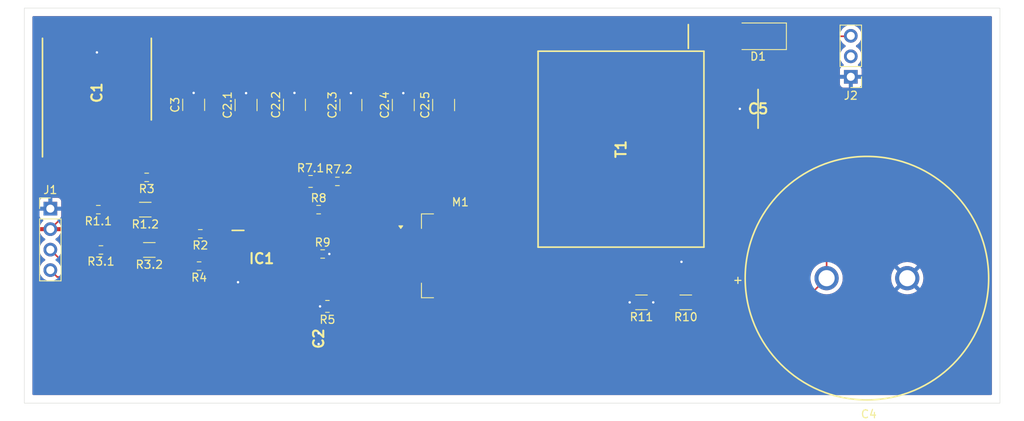
<source format=kicad_pcb>
(kicad_pcb (version 20240108) (generator "pcbnew") (generator_version "8.0")
  (layers (0 "F.Cu" signal) (31 "B.Cu" signal) (34 "B.Paste" user) (35 "F.Paste" user) (36 "B.SilkS" user "B.Silkscreen") (37 "F.SilkS" user "F.Silkscreen") (38 "B.Mask" user) (39 "F.Mask" user) (44 "Edge.Cuts" user))
  (net 0 "")
  (net 1 "/24V")
  (net 2 "/GND")
  (net 3 "Net-(D1-K)")
  (net 4 "Net-(D1-A)")
  (net 5 "Net-(IC1-HVGATE)")
  (net 7 "Net-(IC1-UVLO1)")
  (net 8 "Net-(IC1-OVLO1)")
  (net 10 "/Done")
  (net 11 "/Charge")
  (net 13 "Net-(IC1-RVTRANS)")
  (net 14 "Net-(IC1-CSP)")
  (net 15 "Net-(IC1-UVLO2)")
  (net 16 "Net-(IC1-OVLO2)")
  (net 17 "Net-(IC1-RBG)")
  (net 18 "Net-(IC1-RVOUT)")
  (net 19 "Net-(IC1-RDCM)")
  (net 22 "Net-(M1-D)")
  (net 23 "Net-(R1.1-Pad1)")
  (net 24 "Net-(R3.1-Pad1)")
  (net 25 "Net-(R7.1-Pad2)")
  (footprint "861011485017_footprint:WCAP-AIG8_30X46_DXL_" (layer "F.Cu") (at 191 105.5 180)
    (property "Reference" "C4" (at -0.24 -16.865 0) (layer "F.SilkS"))
    (property "Value" "WCAP-AIG8_30X46")
    (fp_circle (center 0 0) (end 15.1 0) (stroke (width 0.2)) (fill none) (layer "F.SilkS"))
    (fp_text user "+" (at 16 -0.2 0) (layer "F.SilkS"))
    (pad "1" thru_hole circle (at 5 0 180) (size 3 3) (drill 2) (layers "*.Cu" "*.Mask") (net 3 "Net-(D1-K)"))
    (pad "2" thru_hole circle (at -5 0 180) (size 3 3) (drill 2) (layers "*.Cu" "*.Mask") (net 2 "/GND"))
  )
  (footprint "Resistor_SMD:R_0805_2012Metric" (layer "F.Cu") (at 124.0875 109 180)
    (property "Reference" "R5" (at 0 -1.65 0) (layer "F.SilkS"))
    (property "Value" "6m")
    (fp_line (start -0.227064 0.735) (end 0.227064 0.735) (stroke (width 0.12)) (layer "F.SilkS"))
    (fp_line (start -0.227064 -0.735) (end 0.227064 -0.735) (stroke (width 0.12)) (layer "F.SilkS"))
    (pad "1" smd roundrect (at -0.9125 0 180) (size 1.025 1.4) (layers "F.Cu" "F.Paste" "F.Mask") (roundrect_rratio 0.243902) (net 14 "Net-(IC1-CSP)"))
    (pad "2" smd roundrect (at 0.9125 0 180) (size 1.025 1.4) (layers "F.Cu" "F.Paste" "F.Mask") (roundrect_rratio 0.243902) (net 2 "/GND"))
  )
  (footprint "Resistor_SMD:R_0603_1608Metric" (layer "F.Cu") (at 101.675 93 180)
    (property "Reference" "R3" (at 0 -1.43 0) (layer "F.SilkS"))
    (property "Value" "40.2k")
    (fp_line (start -0.237258 0.5225) (end 0.237258 0.5225) (stroke (width 0.12)) (layer "F.SilkS"))
    (fp_line (start -0.237258 -0.5225) (end 0.237258 -0.5225) (stroke (width 0.12)) (layer "F.SilkS"))
    (pad "1" smd roundrect (at -0.825 0 180) (size 0.8 0.95) (layers "F.Cu" "F.Paste" "F.Mask") (net 13 "Net-(IC1-RVTRANS)"))
    (pad "2" smd roundrect (at 0.825 0 180) (size 0.8 0.95) (layers "F.Cu" "F.Paste" "F.Mask") (net 1 "/24V"))
  )
  (footprint "865080562017_Elektrolytic_C:CAPAE1350X1400N" (layer "F.Cu") (at 95.5 82.5 90)
    (property "Reference" "C1" (at 0 0 90) (layer "F.SilkS") (effects (font (size 1.27 1.27) (thickness 0.254))))
    (property "Value" "680 uF (865080562017)" (hide yes))
    (fp_line (start -7.95 -6.75) (end 6.75 -6.75) (stroke (width 0.2)) (layer "F.SilkS"))
    (fp_line (start -3.375 6.75) (end 6.75 6.75) (stroke (width 0.2)) (layer "F.SilkS"))
    (pad "1" smd rect (at -5 0 180) (size 2.05 5.9) (layers "F.Cu" "F.Paste" "F.Mask") (net 1 "/24V"))
    (pad "2" smd rect (at 5 0 180) (size 2.05 5.9) (layers "F.Cu" "F.Paste" "F.Mask") (net 2 "/GND"))
  )
  (footprint "Capacitor_SMD:C_1210_3225Metric" (layer "F.Cu") (at 107.5 84 90)
    (property "Reference" "C3" (at 0 -2.3 90) (layer "F.SilkS"))
    (property "Value" "10uF (885012209073)")
    (fp_line (start -0.711252 -1.36) (end 0.711252 -1.36) (stroke (width 0.12)) (layer "F.SilkS"))
    (fp_line (start -0.711252 1.36) (end 0.711252 1.36) (stroke (width 0.12)) (layer "F.SilkS"))
    (pad "1" smd roundrect (at -1.475 0 90) (size 1.15 2.7) (layers "F.Cu" "F.Paste" "F.Mask") (roundrect_rratio 0.217391) (net 1 "/24V"))
    (pad "2" smd roundrect (at 1.475 0 90) (size 1.15 2.7) (layers "F.Cu" "F.Paste" "F.Mask") (roundrect_rratio 0.217391) (net 2 "/GND"))
  )
  (footprint "Resistor_SMD:R_0603_1608Metric" (layer "F.Cu") (at 123 97)
    (property "Reference" "R8" (at 0 -1.43 0) (layer "F.SilkS"))
    (property "Value" "40.2k")
    (fp_line (start -0.237258 -0.5225) (end 0.237258 -0.5225) (stroke (width 0.12)) (layer "F.SilkS"))
    (fp_line (start -0.237258 0.5225) (end 0.237258 0.5225) (stroke (width 0.12)) (layer "F.SilkS"))
    (pad "1" smd roundrect (at -0.825 0) (size 0.8 0.95) (layers "F.Cu" "F.Paste" "F.Mask") (net 18 "Net-(IC1-RVOUT)"))
    (pad "2" smd roundrect (at 0.825 0) (size 0.8 0.95) (layers "F.Cu" "F.Paste" "F.Mask") (net 22 "Net-(M1-D)"))
  )
  (footprint "Resistor_SMD:R_0603_1608Metric" (layer "F.Cu") (at 108.175 104 180)
    (property "Reference" "R4" (at 0 -1.43 0) (layer "F.SilkS"))
    (property "Value" "475k")
    (fp_line (start -0.237258 0.5225) (end 0.237258 0.5225) (stroke (width 0.12)) (layer "F.SilkS"))
    (fp_line (start -0.237258 -0.5225) (end 0.237258 -0.5225) (stroke (width 0.12)) (layer "F.SilkS"))
    (pad "1" smd roundrect (at -0.825 0 180) (size 0.8 0.95) (layers "F.Cu" "F.Paste" "F.Mask") (net 16 "Net-(IC1-OVLO2)"))
    (pad "2" smd roundrect (at 0.825 0 180) (size 0.8 0.95) (layers "F.Cu" "F.Paste" "F.Mask") (net 1 "/24V"))
  )
  (footprint "LT3751IFE#PBF_Footprint:SOP65P640X120-21N" (layer "F.Cu") (at 115.925 103.075)
    (property "Reference" "IC1" (at 0 0 0) (layer "F.SilkS") (effects (font (size 1.27 1.27) (thickness 0.254))))
    (property "Value" "LT3751IFE#PBF" (hide yes))
    (fp_line (start -3.65 -3.5) (end -2.2 -3.5) (stroke (width 0.2)) (layer "F.SilkS"))
    (pad "1" smd rect (at -2.925 -2.925 90) (size 0.45 1.45) (layers "F.Cu" "F.Paste" "F.Mask") (net 13 "Net-(IC1-RVTRANS)"))
    (pad "2" smd rect (at -2.925 -2.275 90) (size 0.45 1.45) (layers "F.Cu" "F.Paste" "F.Mask") (net 7 "Net-(IC1-UVLO1)"))
    (pad "3" smd rect (at -2.925 -1.625 90) (size 0.45 1.45) (layers "F.Cu" "F.Paste" "F.Mask") (net 8 "Net-(IC1-OVLO1)"))
    (pad "4" smd rect (at -2.925 -0.975 90) (size 0.45 1.45) (layers "F.Cu" "F.Paste" "F.Mask") (net 15 "Net-(IC1-UVLO2)"))
    (pad "5" smd rect (at -2.925 -0.325 90) (size 0.45 1.45) (layers "F.Cu" "F.Paste" "F.Mask") (net 16 "Net-(IC1-OVLO2)"))
    (pad "6" smd rect (at -2.925 0.325 90) (size 0.45 1.45) (layers "F.Cu" "F.Paste" "F.Mask"))
    (pad "7" smd rect (at -2.925 0.975 90) (size 0.45 1.45) (layers "F.Cu" "F.Paste" "F.Mask") (net 10 "/Done"))
    (pad "8" smd rect (at -2.925 1.625 90) (size 0.45 1.45) (layers "F.Cu" "F.Paste" "F.Mask") (net 11 "/Charge"))
    (pad "9" smd rect (at -2.925 2.275 90) (size 0.45 1.45) (layers "F.Cu" "F.Paste" "F.Mask") (net 2 "/GND"))
    (pad "10" smd rect (at -2.925 2.925 90) (size 0.45 1.45) (layers "F.Cu" "F.Paste" "F.Mask") (net 2 "/GND"))
    (pad "11" smd rect (at 2.925 2.925 90) (size 0.45 1.45) (layers "F.Cu" "F.Paste" "F.Mask") (net 2 "/GND"))
    (pad "12" smd rect (at 2.925 2.275 90) (size 0.45 1.45) (layers "F.Cu" "F.Paste" "F.Mask") (net 14 "Net-(IC1-CSP)"))
    (pad "13" smd rect (at 2.925 1.625 90) (size 0.45 1.45) (layers "F.Cu" "F.Paste" "F.Mask") (net 1 "/24V"))
    (pad "14" smd rect (at 2.925 0.975 90) (size 0.45 1.45) (layers "F.Cu" "F.Paste" "F.Mask") (net 1 "/24V"))
    (pad "15" smd rect (at 2.925 0.325 90) (size 0.45 1.45) (layers "F.Cu" "F.Paste" "F.Mask") (net 5 "Net-(IC1-HVGATE)"))
    (pad "16" smd rect (at 2.925 -0.325 90) (size 0.45 1.45) (layers "F.Cu" "F.Paste" "F.Mask") (net 17 "Net-(IC1-RBG)"))
    (pad "17" smd rect (at 2.925 -0.975 90) (size 0.45 1.45) (layers "F.Cu" "F.Paste" "F.Mask"))
    (pad "18" smd rect (at 2.925 -1.625 90) (size 0.45 1.45) (layers "F.Cu" "F.Paste" "F.Mask") (net 18 "Net-(IC1-RVOUT)"))
    (pad "19" smd rect (at 2.925 -2.275 90) (size 0.45 1.45) (layers "F.Cu" "F.Paste" "F.Mask"))
    (pad "20" smd rect (at 2.925 -2.925 90) (size 0.45 1.45) (layers "F.Cu" "F.Paste" "F.Mask") (net 19 "Net-(IC1-RDCM)"))
    (pad "21" smd rect (at 0 0) (size 2.74 3.86) (layers "F.Cu" "F.Paste" "F.Mask"))
  )
  (footprint "885342206006:CAPC1608X87N" (layer "F.Cu") (at 123 113 90)
    (property "Reference" "C2" (at 0 0 90) (layer "F.SilkS") (effects (font (size 1.27 1.27) (thickness 0.254))))
    (property "Value" "885342206006 (10000 pF)" (hide yes))
    (pad "1" smd rect (at -0.67 0 90) (size 0.8 0.94) (layers "F.Cu" "F.Paste" "F.Mask") (net 2 "/GND"))
    (pad "2" smd rect (at 0.67 0 90) (size 0.8 0.94) (layers "F.Cu" "F.Paste" "F.Mask") (net 2 "/GND"))
  )
  (footprint "Package_TO_SOT_SMD:TO-263-3_TabPin2" (layer "F.Cu") (at 140.575 102.725)
    (property "Reference" "M1" (at 0 -6.65 0) (layer "F.SilkS"))
    (property "Value" "NMOS")
    (fp_line (start -4.825 -5.2) (end -4.825 -3.39) (stroke (width 0.12)) (layer "F.SilkS"))
    (fp_line (start -4.825 5.2) (end -4.825 3.39) (stroke (width 0.12)) (layer "F.SilkS"))
    (fp_line (start -3.325 -5.2) (end -4.825 -5.2) (stroke (width 0.12)) (layer "F.SilkS"))
    (fp_line (start -3.325 5.2) (end -4.825 5.2) (stroke (width 0.12)) (layer "F.SilkS"))
    (fp_poly (pts (xy -7.3875 -3.39) (xy -7.6275 -3.72) (xy -7.1475 -3.72) (xy -7.3875 -3.39)) (stroke (width 0.12)) (fill solid) (layer "F.SilkS"))
    (pad "1" smd roundrect (at -7.65 -2.54) (size 4.6 1.1) (layers "F.Cu" "F.Paste" "F.Mask") (roundrect_rratio 0.227273) (net 22 "Net-(M1-D)"))
    (pad "2" smd roundrect (at -7.65 0) (size 4.6 1.1) (layers "F.Cu" "F.Paste" "F.Mask") (roundrect_rratio 0.227273) (net 5 "Net-(IC1-HVGATE)"))
    (pad "2" smd roundrect (at -0.925 -2.775) (size 4.55 5.25) (layers "F.Cu" "F.Paste") (roundrect_rratio 0.054945) (net 5 "Net-(IC1-HVGATE)"))
    (pad "2" smd roundrect (at -0.925 2.775) (size 4.55 5.25) (layers "F.Cu" "F.Paste") (roundrect_rratio 0.054945) (net 5 "Net-(IC1-HVGATE)"))
    (pad "2" smd roundrect (at 1.5 0) (size 9.4 10.8) (layers "F.Cu" "F.Mask") (roundrect_rratio 0.026596) (net 5 "Net-(IC1-HVGATE)"))
    (pad "2" smd roundrect (at 3.925 -2.775) (size 4.55 5.25) (layers "F.Cu" "F.Paste") (roundrect_rratio 0.054945) (net 5 "Net-(IC1-HVGATE)"))
    (pad "2" smd roundrect (at 3.925 2.775) (size 4.55 5.25) (layers "F.Cu" "F.Paste") (roundrect_rratio 0.054945) (net 5 "Net-(IC1-HVGATE)"))
    (pad "3" smd roundrect (at -7.65 2.54) (size 4.6 1.1) (layers "F.Cu" "F.Paste" "F.Mask") (roundrect_rratio 0.227273) (net 14 "Net-(IC1-CSP)"))
  )
  (footprint "Capacitor_SMD:C_1210_3225Metric" (layer "F.Cu") (at 120 84 90)
    (property "Reference" "C2.2" (at 0 -2.3 90) (layer "F.SilkS"))
    (property "Value" "2.2uF")
    (fp_line (start -0.711252 -1.36) (end 0.711252 -1.36) (stroke (width 0.12)) (layer "F.SilkS"))
    (fp_line (start -0.711252 1.36) (end 0.711252 1.36) (stroke (width 0.12)) (layer "F.SilkS"))
    (pad "1" smd roundrect (at -1.475 0 90) (size 1.15 2.7) (layers "F.Cu" "F.Paste" "F.Mask") (roundrect_rratio 0.217391) (net 1 "/24V"))
    (pad "2" smd roundrect (at 1.475 0 90) (size 1.15 2.7) (layers "F.Cu" "F.Paste" "F.Mask") (roundrect_rratio 0.217391) (net 2 "/GND"))
  )
  (footprint "Connector_PinHeader_2.54mm:PinHeader_1x04_P2.54mm_Vertical" (layer "F.Cu") (at 89.725 96.88)
    (property "Reference" "J1" (at 0 -2.33 0) (layer "F.SilkS"))
    (property "Value" "Conn_01x04_Pin")
    (fp_line (start -1.33 -1.33) (end 0 -1.33) (stroke (width 0.12)) (layer "F.SilkS"))
    (fp_line (start -1.33 0) (end -1.33 -1.33) (stroke (width 0.12)) (layer "F.SilkS"))
    (fp_line (start -1.33 1.27) (end -1.33 8.95) (stroke (width 0.12)) (layer "F.SilkS"))
    (fp_line (start -1.33 1.27) (end 1.33 1.27) (stroke (width 0.12)) (layer "F.SilkS"))
    (fp_line (start -1.33 8.95) (end 1.33 8.95) (stroke (width 0.12)) (layer "F.SilkS"))
    (fp_line (start 1.33 1.27) (end 1.33 8.95) (stroke (width 0.12)) (layer "F.SilkS"))
    (pad "1" thru_hole rect (at 0 0) (size 1.7 1.7) (drill 1) (layers "*.Cu" "*.Mask") (net 2 "/GND"))
    (pad "2" thru_hole oval (at 0 2.54) (size 1.7 1.7) (drill 1) (layers "*.Cu" "*.Mask") (net 1 "/24V"))
    (pad "3" thru_hole oval (at 0 5.08) (size 1.7 1.7) (drill 1) (layers "*.Cu" "*.Mask") (net 10 "/Done"))
    (pad "4" thru_hole oval (at 0 7.62) (size 1.7 1.7) (drill 1) (layers "*.Cu" "*.Mask") (net 11 "/Charge"))
  )
  (footprint "Resistor_SMD:R_0603_1608Metric" (layer "F.Cu") (at 123.5 102.5)
    (property "Reference" "R9" (at 0 -1.43 0) (layer "F.SilkS"))
    (property "Value" "4.02k")
    (fp_line (start -0.237258 -0.5225) (end 0.237258 -0.5225) (stroke (width 0.12)) (layer "F.SilkS"))
    (fp_line (start -0.237258 0.5225) (end 0.237258 0.5225) (stroke (width 0.12)) (layer "F.SilkS"))
    (pad "1" smd roundrect (at -0.825 0) (size 0.8 0.95) (layers "F.Cu" "F.Paste" "F.Mask") (net 17 "Net-(IC1-RBG)"))
    (pad "2" smd roundrect (at 0.825 0) (size 0.8 0.95) (layers "F.Cu" "F.Paste" "F.Mask") (net 2 "/GND"))
  )
  (footprint "Capacitor_SMD:C_1210_3225Metric" (layer "F.Cu") (at 114 84.025 90)
    (property "Reference" "C2.1" (at 0 -2.3 90) (layer "F.SilkS"))
    (property "Value" "2.2uF")
    (fp_line (start -0.711252 -1.36) (end 0.711252 -1.36) (stroke (width 0.12)) (layer "F.SilkS"))
    (fp_line (start -0.711252 1.36) (end 0.711252 1.36) (stroke (width 0.12)) (layer "F.SilkS"))
    (pad "1" smd roundrect (at -1.475 0 90) (size 1.15 2.7) (layers "F.Cu" "F.Paste" "F.Mask") (roundrect_rratio 0.217391) (net 1 "/24V"))
    (pad "2" smd roundrect (at 1.475 0 90) (size 1.15 2.7) (layers "F.Cu" "F.Paste" "F.Mask") (roundrect_rratio 0.217391) (net 2 "/GND"))
  )
  (footprint "Resistor_SMD:R_1206_3216Metric" (layer "F.Cu") (at 163.0375 108.5 180)
    (property "Reference" "R11" (at 0 -1.82 0) (layer "F.SilkS"))
    (property "Value" "383")
    (fp_line (start -0.727064 0.91) (end 0.727064 0.91) (stroke (width 0.12)) (layer "F.SilkS"))
    (fp_line (start -0.727064 -0.91) (end 0.727064 -0.91) (stroke (width 0.12)) (layer "F.SilkS"))
    (pad "1" smd roundrect (at -1.4625 0 180) (size 1.125 1.75) (layers "F.Cu" "F.Paste" "F.Mask") (roundrect_rratio 0.222222) (net 2 "/GND"))
    (pad "2" smd roundrect (at 1.4625 0 180) (size 1.125 1.75) (layers "F.Cu" "F.Paste" "F.Mask") (roundrect_rratio 0.222222) (net 2 "/GND"))
  )
  (footprint "CKG57NX7R2J474M500JH_footprint:CAPC6050X550N" (layer "F.Cu") (at 177.5 84.5)
    (property "Reference" "C5" (at 0 0 0) (layer "F.SilkS") (effects (font (size 1.27 1.27) (thickness 0.254))))
    (property "Value" "CKG57NX7R2J474M500JH" (hide yes))
    (fp_line (start 0 -2.4) (end 0 2.4) (stroke (width 0.2)) (layer "F.SilkS"))
    (pad "1" smd rect (at -2.26 0) (size 2.39 5.51) (layers "F.Cu" "F.Paste" "F.Mask") (net 2 "/GND"))
    (pad "2" smd rect (at 2.26 0) (size 2.39 5.51) (layers "F.Cu" "F.Paste" "F.Mask") (net 3 "Net-(D1-K)"))
  )
  (footprint "Capacitor_SMD:C_1210_3225Metric" (layer "F.Cu") (at 138.5 84.025 90)
    (property "Reference" "C2.5" (at 0 -2.3 90) (layer "F.SilkS"))
    (property "Value" "2.2u")
    (fp_line (start -0.711252 -1.36) (end 0.711252 -1.36) (stroke (width 0.12)) (layer "F.SilkS"))
    (fp_line (start -0.711252 1.36) (end 0.711252 1.36) (stroke (width 0.12)) (layer "F.SilkS"))
    (pad "1" smd roundrect (at -1.475 0 90) (size 1.15 2.7) (layers "F.Cu" "F.Paste" "F.Mask") (roundrect_rratio 0.217391) (net 1 "/24V"))
    (pad "2" smd roundrect (at 1.475 0 90) (size 1.15 2.7) (layers "F.Cu" "F.Paste" "F.Mask") (roundrect_rratio 0.217391) (net 2 "/GND"))
  )
  (footprint "Resistor_SMD:R_0603_1608Metric" (layer "F.Cu") (at 96 102 180)
    (property "Reference" "R3.1" (at 0 -1.43 0) (layer "F.SilkS"))
    (property "Value" "1.8k")
    (fp_line (start -0.237258 0.5225) (end 0.237258 0.5225) (stroke (width 0.12)) (layer "F.SilkS"))
    (fp_line (start -0.237258 -0.5225) (end 0.237258 -0.5225) (stroke (width 0.12)) (layer "F.SilkS"))
    (pad "1" smd roundrect (at -0.825 0 180) (size 0.8 0.95) (layers "F.Cu" "F.Paste" "F.Mask") (net 24 "Net-(R3.1-Pad1)"))
    (pad "2" smd roundrect (at 0.825 0 180) (size 0.8 0.95) (layers "F.Cu" "F.Paste" "F.Mask") (net 1 "/24V"))
  )
  (footprint "Resistor_SMD:R_0603_1608Metric" (layer "F.Cu") (at 95.675 97 180)
    (property "Reference" "R1.1" (at 0 -1.43 0) (layer "F.SilkS"))
    (property "Value" "1.8k")
    (fp_line (start -0.237258 0.5225) (end 0.237258 0.5225) (stroke (width 0.12)) (layer "F.SilkS"))
    (fp_line (start -0.237258 -0.5225) (end 0.237258 -0.5225) (stroke (width 0.12)) (layer "F.SilkS"))
    (pad "1" smd roundrect (at -0.825 0 180) (size 0.8 0.95) (layers "F.Cu" "F.Paste" "F.Mask") (net 23 "Net-(R1.1-Pad1)"))
    (pad "2" smd roundrect (at 0.825 0 180) (size 0.8 0.95) (layers "F.Cu" "F.Paste" "F.Mask") (net 1 "/24V"))
  )
  (footprint "Resistor_SMD:R_1206_3216Metric" (layer "F.Cu") (at 102 102 180)
    (property "Reference" "R3.2" (at 0 -1.82 0) (layer "F.SilkS"))
    (property "Value" "68k")
    (fp_line (start -0.727064 0.91) (end 0.727064 0.91) (stroke (width 0.12)) (layer "F.SilkS"))
    (fp_line (start -0.727064 -0.91) (end 0.727064 -0.91) (stroke (width 0.12)) (layer "F.SilkS"))
    (pad "1" smd roundrect (at -1.4625 0 180) (size 1.125 1.75) (layers "F.Cu" "F.Paste" "F.Mask") (roundrect_rratio 0.222222) (net 15 "Net-(IC1-UVLO2)"))
    (pad "2" smd roundrect (at 1.4625 0 180) (size 1.125 1.75) (layers "F.Cu" "F.Paste" "F.Mask") (roundrect_rratio 0.222222) (net 24 "Net-(R3.1-Pad1)"))
  )
  (footprint "DA2034-ALD_Footprint:SOP300P3000X1143-12N" (layer "F.Cu") (at 160.5 89.5 -90)
    (property "Reference" "T1" (at 0 0 90) (layer "F.SilkS") (effects (font (size 1.27 1.27) (thickness 0.254))))
    (property "Value" "DA2034-ALD" (hide yes))
    (fp_line (start -12.15 10.285) (end -12.15 -10.285) (stroke (width 0.2)) (layer "F.SilkS"))
    (fp_line (start 12.15 10.285) (end -12.15 10.285) (stroke (width 0.2)) (layer "F.SilkS"))
    (fp_line (start -15.45 -8.35) (end -12.5 -8.35) (stroke (width 0.2)) (layer "F.SilkS"))
    (fp_line (start -12.15 -10.285) (end 12.15 -10.285) (stroke (width 0.2)) (layer "F.SilkS"))
    (fp_line (start 12.15 -10.285) (end 12.15 10.285) (stroke (width 0.2)) (layer "F.SilkS"))
    (pad "1" smd rect (at -13.975 -7.5) (size 1 2.95) (layers "F.Cu" "F.Paste" "F.Mask") (net 4 "Net-(D1-A)"))
    (pad "2" smd rect (at -13.975 -4.5) (size 1 2.95) (layers "F.Cu" "F.Paste" "F.Mask"))
    (pad "3" smd rect (at -13.975 -1.5) (size 1 2.95) (layers "F.Cu" "F.Paste" "F.Mask") (net 1 "/24V"))
    (pad "4" smd rect (at -13.975 1.5) (size 1 2.95) (layers "F.Cu" "F.Paste" "F.Mask") (net 1 "/24V"))
    (pad "5" smd rect (at -13.975 4.5) (size 1 2.95) (layers "F.Cu" "F.Paste" "F.Mask") (net 1 "/24V"))
    (pad "6" smd rect (at -13.975 7.5) (size 1 2.95) (layers "F.Cu" "F.Paste" "F.Mask") (net 1 "/24V"))
    (pad "7" smd rect (at 13.975 7.5) (size 1 2.95) (layers "F.Cu" "F.Paste" "F.Mask") (net 22 "Net-(M1-D)"))
    (pad "8" smd rect (at 13.975 4.5) (size 1 2.95) (layers "F.Cu" "F.Paste" "F.Mask") (net 22 "Net-(M1-D)"))
    (pad "9" smd rect (at 13.975 1.5) (size 1 2.95) (layers "F.Cu" "F.Paste" "F.Mask") (net 22 "Net-(M1-D)"))
    (pad "10" smd rect (at 13.975 -1.5) (size 1 2.95) (layers "F.Cu" "F.Paste" "F.Mask") (net 22 "Net-(M1-D)"))
    (pad "11" smd rect (at 13.975 -4.5) (size 1 2.95) (layers "F.Cu" "F.Paste" "F.Mask"))
    (pad "12" smd rect (at 13.975 -7.5) (size 1 2.95) (layers "F.Cu" "F.Paste" "F.Mask") (net 2 "/GND"))
  )
  (footprint "Diode_SMD:D_SMA" (layer "F.Cu") (at 177.5 75.5 180)
    (property "Reference" "D1" (at 0 -2.5 0) (layer "F.SilkS"))
    (property "Value" "US1M")
    (fp_line (start -3.51 1.65) (end 2 1.65) (stroke (width 0.12)) (layer "F.SilkS"))
    (fp_line (start -3.51 -1.65) (end 2 -1.65) (stroke (width 0.12)) (layer "F.SilkS"))
    (fp_line (start -3.51 -1.65) (end -3.51 1.65) (stroke (width 0.12)) (layer "F.SilkS"))
    (pad "1" smd roundrect (at -2 0 180) (size 2.5 1.8) (layers "F.Cu" "F.Paste" "F.Mask") (roundrect_rratio 0.1388888889) (net 3 "Net-(D1-K)"))
    (pad "2" smd roundrect (at 2 0 180) (size 2.5 1.8) (layers "F.Cu" "F.Paste" "F.Mask") (roundrect_rratio 0.1388888889) (net 4 "Net-(D1-A)"))
  )
  (footprint "Capacitor_SMD:C_1210_3225Metric" (layer "F.Cu") (at 127 84.025 90)
    (property "Reference" "C2.3" (at 0 -2.3 90) (layer "F.SilkS"))
    (property "Value" "2.2u")
    (fp_line (start -0.711252 -1.36) (end 0.711252 -1.36) (stroke (width 0.12)) (layer "F.SilkS"))
    (fp_line (start -0.711252 1.36) (end 0.711252 1.36) (stroke (width 0.12)) (layer "F.SilkS"))
    (pad "1" smd roundrect (at -1.475 0 90) (size 1.15 2.7) (layers "F.Cu" "F.Paste" "F.Mask") (roundrect_rratio 0.217391) (net 1 "/24V"))
    (pad "2" smd roundrect (at 1.475 0 90) (size 1.15 2.7) (layers "F.Cu" "F.Paste" "F.Mask") (roundrect_rratio 0.217391) (net 2 "/GND"))
  )
  (footprint "Capacitor_SMD:C_1210_3225Metric" (layer "F.Cu") (at 133.5 84.025 90)
    (property "Reference" "C2.4" (at 0 -2.3 90) (layer "F.SilkS"))
    (property "Value" "2.2u")
    (fp_line (start -0.711252 -1.36) (end 0.711252 -1.36) (stroke (width 0.12)) (layer "F.SilkS"))
    (fp_line (start -0.711252 1.36) (end 0.711252 1.36) (stroke (width 0.12)) (layer "F.SilkS"))
    (pad "1" smd roundrect (at -1.475 0 90) (size 1.15 2.7) (layers "F.Cu" "F.Paste" "F.Mask") (roundrect_rratio 0.217391) (net 1 "/24V"))
    (pad "2" smd roundrect (at 1.475 0 90) (size 1.15 2.7) (layers "F.Cu" "F.Paste" "F.Mask") (roundrect_rratio 0.217391) (net 2 "/GND"))
  )
  (footprint "Resistor_SMD:R_0805_2012Metric" (layer "F.Cu") (at 122 93.5)
    (property "Reference" "R7.1" (at 0 -1.65 0) (layer "F.SilkS"))
    (property "Value" "200")
    (fp_line (start -0.227064 -0.735) (end 0.227064 -0.735) (stroke (width 0.12)) (layer "F.SilkS"))
    (fp_line (start -0.227064 0.735) (end 0.227064 0.735) (stroke (width 0.12)) (layer "F.SilkS"))
    (pad "1" smd roundrect (at -0.9125 0) (size 1.025 1.4) (layers "F.Cu" "F.Paste" "F.Mask") (roundrect_rratio 0.243902) (net 19 "Net-(IC1-RDCM)"))
    (pad "2" smd roundrect (at 0.9125 0) (size 1.025 1.4) (layers "F.Cu" "F.Paste" "F.Mask") (roundrect_rratio 0.243902) (net 25 "Net-(R7.1-Pad2)"))
  )
  (footprint "Resistor_SMD:R_1206_3216Metric" (layer "F.Cu") (at 101.5 97 180)
    (property "Reference" "R1.2" (at 0 -1.82 0) (layer "F.SilkS"))
    (property "Value" "68k")
    (fp_line (start -0.727064 0.91) (end 0.727064 0.91) (stroke (width 0.12)) (layer "F.SilkS"))
    (fp_line (start -0.727064 -0.91) (end 0.727064 -0.91) (stroke (width 0.12)) (layer "F.SilkS"))
    (pad "1" smd roundrect (at -1.4625 0 180) (size 1.125 1.75) (layers "F.Cu" "F.Paste" "F.Mask") (roundrect_rratio 0.222222) (net 7 "Net-(IC1-UVLO1)"))
    (pad "2" smd roundrect (at 1.4625 0 180) (size 1.125 1.75) (layers "F.Cu" "F.Paste" "F.Mask") (roundrect_rratio 0.222222) (net 23 "Net-(R1.1-Pad1)"))
  )
  (footprint "Resistor_SMD:R_1206_3216Metric" (layer "F.Cu") (at 168.5375 108.5 180)
    (property "Reference" "R10" (at 0 -1.82 0) (layer "F.SilkS"))
    (property "Value" "30.9k")
    (fp_line (start -0.727064 0.91) (end 0.727064 0.91) (stroke (width 0.12)) (layer "F.SilkS"))
    (fp_line (start -0.727064 -0.91) (end 0.727064 -0.91) (stroke (width 0.12)) (layer "F.SilkS"))
    (pad "1" smd roundrect (at -1.4625 0 180) (size 1.125 1.75) (layers "F.Cu" "F.Paste" "F.Mask") (roundrect_rratio 0.222222) (net 3 "Net-(D1-K)"))
    (pad "2" smd roundrect (at 1.4625 0 180) (size 1.125 1.75) (layers "F.Cu" "F.Paste" "F.Mask") (roundrect_rratio 0.222222) (net 2 "/GND"))
  )
  (footprint "Resistor_SMD:R_0603_1608Metric" (layer "F.Cu") (at 108.325 100 180)
    (property "Reference" "R2" (at 0 -1.43 0) (layer "F.SilkS"))
    (property "Value" "475k")
    (fp_line (start -0.237258 0.5225) (end 0.237258 0.5225) (stroke (width 0.12)) (layer "F.SilkS"))
    (fp_line (start -0.237258 -0.5225) (end 0.237258 -0.5225) (stroke (width 0.12)) (layer "F.SilkS"))
    (pad "1" smd roundrect (at -0.825 0 180) (size 0.8 0.95) (layers "F.Cu" "F.Paste" "F.Mask") (net 8 "Net-(IC1-OVLO1)"))
    (pad "2" smd roundrect (at 0.825 0 180) (size 0.8 0.95) (layers "F.Cu" "F.Paste" "F.Mask") (net 1 "/24V"))
  )
  (footprint "Resistor_SMD:R_0603_1608Metric" (layer "F.Cu") (at 125.325 93.5)
    (property "Reference" "R7.2" (at 0.175 -1.5 0) (layer "F.SilkS"))
    (property "Value" "18k")
    (fp_line (start -0.237258 -0.5225) (end 0.237258 -0.5225) (stroke (width 0.12)) (layer "F.SilkS"))
    (fp_line (start -0.237258 0.5225) (end 0.237258 0.5225) (stroke (width 0.12)) (layer "F.SilkS"))
    (pad "1" smd roundrect (at -0.825 0) (size 0.8 0.95) (layers "F.Cu" "F.Paste" "F.Mask") (net 25 "Net-(R7.1-Pad2)"))
    (pad "2" smd roundrect (at 0.825 0) (size 0.8 0.95) (layers "F.Cu" "F.Paste" "F.Mask") (net 22 "Net-(M1-D)"))
  )
  (footprint "Connector_PinHeader_2.54mm:PinHeader_1x03_P2.54mm_Vertical" (layer "F.Cu") (at 189 80.525 180)
    (property "Reference" "J2" (at 0 -2.33 0) (layer "F.SilkS"))
    (property "Value" "Conn_01x03_Pin")
    (fp_line (start 1.33 1.27) (end 1.33 6.41) (stroke (width 0.12)) (layer "F.SilkS"))
    (fp_line (start -1.33 6.41) (end 1.33 6.41) (stroke (width 0.12)) (layer "F.SilkS"))
    (fp_line (start -1.33 1.27) (end 1.33 1.27) (stroke (width 0.12)) (layer "F.SilkS"))
    (fp_line (start -1.33 1.27) (end -1.33 6.41) (stroke (width 0.12)) (layer "F.SilkS"))
    (fp_line (start -1.33 0) (end -1.33 -1.33) (stroke (width 0.12)) (layer "F.SilkS"))
    (fp_line (start -1.33 -1.33) (end 0 -1.33) (stroke (width 0.12)) (layer "F.SilkS"))
    (pad "1" thru_hole rect (at 0 0 180) (size 1.7 1.7) (drill 1) (layers "*.Cu" "*.Mask") (net 2 "/GND"))
    (pad "2" thru_hole oval (at 0 2.54 180) (size 1.7 1.7) (drill 1) (layers "*.Cu" "*.Mask"))
    (pad "3" thru_hole oval (at 0 5.08 180) (size 1.7 1.7) (drill 1) (layers "*.Cu" "*.Mask") (net 3 "Net-(D1-K)"))
  )
  (gr_rect (start 86.5 72) (end 207.5 121) (stroke (width 0.05)) (fill none) (layer "Edge.Cuts"))
  (segment (start 114.025 85.475) (end 114 85.5) (width 0.2) (layer "F.Cu") (net 1))
  (segment (start 94.85 97) (end 92.145 97) (width 0.2) (layer "F.Cu") (net 1))
  (segment (start 120 85.475) (end 114.025 85.475) (width 0.2) (layer "F.Cu") (net 1))
  (segment (start 94.85 88.15) (end 95.5 87.5) (width 0.2) (layer "F.Cu") (net 1))
  (segment (start 107.5 100) (end 99 100) (width 0.2) (layer "F.Cu") (net 1))
  (segment (start 133.5 85.5) (end 127 85.5) (width 0.2) (layer "F.Cu") (net 1))
  (segment (start 107.5 85.475) (end 100.85 92.125) (width 0.2) (layer "F.Cu") (net 1))
  (segment (start 118.85 104.05) (end 118.85 104.7) (width 0.2) (layer "F.Cu") (net 1))
  (segment (start 94.85 97.675) (end 94.85 97) (width 0.2) (layer "F.Cu") (net 1))
  (segment (start 92.145 97) (end 89.725 99.42) (width 0.2) (layer "F.Cu") (net 1))
  (segment (start 100.85 92.125) (end 100.85 93) (width 0.2) (layer "F.Cu") (net 1))
  (segment (start 159 75.525) (end 156 75.525) (width 0.2) (layer "F.Cu") (net 1))
  (segment (start 120.025 85.5) (end 120 85.475) (width 0.2) (layer "F.Cu") (net 1))
  (segment (start 95.175 102) (end 97.0875 100.0875) (width 0.2) (layer "F.Cu") (net 1))
  (segment (start 127 85.5) (end 120.025 85.5) (width 0.2) (layer "F.Cu") (net 1))
  (segment (start 97.0875 100.0875) (end 97.175 100) (width 0.2) (layer "F.Cu") (net 1))
  (segment (start 99 100) (end 97.85 100) (width 0.2) (layer "F.Cu") (net 1))
  (segment (start 114 85.5) (end 107.525 85.5) (width 0.2) (layer "F.Cu") (net 1))
  (segment (start 97.175 104) (end 95.175 102) (width 0.2) (layer "F.Cu") (net 1))
  (segment (start 98.85 93) (end 94.85 97) (width 0.2) (layer "F.Cu") (net 1))
  (segment (start 97.175 100) (end 94.85 97.675) (width 0.2) (layer "F.Cu") (net 1))
  (segment (start 94.85 97) (end 94.85 88.15) (width 0.2) (layer "F.Cu") (net 1))
  (segment (start 107.35 104) (end 97.175 104) (width 0.2) (layer "F.Cu") (net 1))
  (segment (start 94.85 97.85) (end 94.85 97) (width 0.2) (layer "F.Cu") (net 1))
  (segment (start 156 75.525) (end 153 75.525) (width 0.2) (layer "F.Cu") (net 1))
  (segment (start 97.175 100) (end 99 100) (width 0.2) (layer "F.Cu") (net 1))
  (segment (start 100.85 93) (end 98.85 93) (width 0.2) (layer "F.Cu") (net 1))
  (segment (start 138.5 85.5) (end 133.5 85.5) (width 0.2) (layer "F.Cu") (net 1))
  (segment (start 152.975 75.5) (end 153 75.525) (width 0.2) (layer "F.Cu") (net 1))
  (segment (start 143.025 85.5) (end 153 75.525) (width 0.2) (layer "F.Cu") (net 1))
  (segment (start 107.525 85.5) (end 107.5 85.475) (width 0.2) (layer "F.Cu") (net 1))
  (segment (start 138.5 85.5) (end 143.025 85.5) (width 0.2) (layer "F.Cu") (net 1))
  (segment (start 95.175 97.325) (end 94.85 97) (width 0.2) (layer "F.Cu") (net 1))
  (segment (start 162 75.525) (end 159 75.525) (width 0.2) (layer "F.Cu") (net 1))
  (segment (start 152.525 75.5) (end 153 75.025) (width 0.2) (layer "F.Cu") (net 1))
  (segment (start 123 112.33) (end 123 109.175) (width 0.2) (layer "F.Cu") (net 2))
  (segment (start 123 109.175) (end 123.175 109) (width 0.2) (layer "F.Cu") (net 2))
  (segment (start 123 113.67) (end 123 112.33) (width 0.2) (layer "F.Cu") (net 2))
  (segment (start 161.5 108.575) (end 161.575 108.5) (width 0.2) (layer "F.Cu") (net 2))
  (segment (start 133.5 82.55) (end 138.5 82.55) (width 0.2) (layer "F.Cu") (net 2))
  (segment (start 164.5 108.5) (end 167.075 108.5) (width 0.2) (layer "F.Cu") (net 2))
  (segment (start 123.175 109) (end 121.85 109) (width 0.2) (layer "F.Cu") (net 2))
  (segment (start 113 105.35) (end 113 106) (width 0.2) (layer "F.Cu") (net 2))
  (segment (start 121.85 109) (end 118.85 106) (width 0.2) (layer "F.Cu") (net 2))
  (via (at 123 113.67) (size 0.6) (drill 0.3) (layers "F.Cu" "B.Cu") (net 2))
  (via (at 114 82.55) (size 0.6) (drill 0.3) (layers "F.Cu" "B.Cu") (net 2))
  (via (at 164.5 108.5) (size 0.6) (drill 0.3) (layers "F.Cu" "B.Cu") (net 2))
  (via (at 127 82.55) (size 0.6) (drill 0.3) (layers "F.Cu" "B.Cu") (net 2))
  (via (at 196 105.5) (size 0.6) (drill 0.3) (layers "F.Cu" "B.Cu") (net 2))
  (via (at 189 80.525) (size 0.6) (drill 0.3) (layers "F.Cu" "B.Cu") (net 2))
  (via (at 168 103.475) (size 0.6) (drill 0.3) (layers "F.Cu" "B.Cu") (net 2))
  (via (at 161.575 108.5) (size 0.6) (drill 0.3) (layers "F.Cu" "B.Cu") (net 2))
  (via (at 123.175 109) (size 0.6) (drill 0.3) (layers "F.Cu" "B.Cu") (net 2))
  (via (at 89.725 96.88) (size 0.6) (drill 0.3) (layers "F.Cu" "B.Cu") (net 2))
  (via (at 133.5 82.55) (size 0.6) (drill 0.3) (layers "F.Cu" "B.Cu") (net 2))
  (via (at 113 106) (size 0.6) (drill 0.3) (layers "F.Cu" "B.Cu") (net 2))
  (via (at 120 82.525) (size 0.6) (drill 0.3) (layers "F.Cu" "B.Cu") (net 2))
  (via (at 107.5 82.525) (size 0.6) (drill 0.3) (layers "F.Cu" "B.Cu") (net 2))
  (via (at 95.5 77.5) (size 0.6) (drill 0.3) (layers "F.Cu" "B.Cu") (net 2))
  (via (at 124.325 102.5) (size 0.6) (drill 0.3) (layers "F.Cu" "B.Cu") (net 2))
  (via (at 175.24 84.5) (size 0.6) (drill 0.3) (layers "F.Cu" "B.Cu") (net 2))
  (via (at 123 112.33) (size 0.6) (drill 0.3) (layers "F.Cu" "B.Cu") (net 2))
  (segment (start 179.76 76.26) (end 179.76 84.5) (width 0.2) (layer "F.Cu") (net 3))
  (segment (start 179.5 75.5) (end 179.5 76) (width 0.2) (layer "F.Cu") (net 3))
  (segment (start 186 105.5) (end 186 90.74) (width 0.2) (layer "F.Cu") (net 3))
  (segment (start 186 105.5) (end 183 108.5) (width 0.2) (layer "F.Cu") (net 3))
  (segment (start 179.5 75.5) (end 188.945 75.5) (width 0.2) (layer "F.Cu") (net 3))
  (segment (start 188.945 75.5) (end 189 75.445) (width 0.2) (layer "F.Cu") (net 3))
  (segment (start 183 108.5) (end 170 108.5) (width 0.2) (layer "F.Cu") (net 3))
  (segment (start 186 90.74) (end 179.76 84.5) (width 0.2) (layer "F.Cu") (net 3))
  (segment (start 179.5 76) (end 179.76 76.26) (width 0.2) (layer "F.Cu") (net 3))
  (segment (start 175.475 75.525) (end 175.5 75.5) (width 0.2) (layer "F.Cu") (net 4))
  (segment (start 168 75.525) (end 175.475 75.525) (width 0.2) (layer "F.Cu") (net 4))
  (segment (start 136.875 102.725) (end 139.65 99.95) (width 0.2) (layer "F.Cu") (net 5))
  (segment (start 142.075 102.725) (end 142.075 102.375) (width 0.2) (layer "F.Cu") (net 5))
  (segment (start 142.075 102.375) (end 144.5 99.95) (width 0.2) (layer "F.Cu") (net 5))
  (segment (start 132.925 102.725) (end 136.875 102.725) (width 0.2) (layer "F.Cu") (net 5))
  (segment (start 132.925 102.725) (end 132.25 103.4) (width 0.2) (layer "F.Cu") (net 5))
  (segment (start 132.25 103.4) (end 118.85 103.4) (width 0.2) (layer "F.Cu") (net 5))
  (segment (start 113 100.8) (end 112.075 100.8) (width 0.2) (layer "F.Cu") (net 7))
  (segment (start 112.075 100.8) (end 108.275 97) (width 0.2) (layer "F.Cu") (net 7))
  (segment (start 108.275 97) (end 102.9625 97) (width 0.2) (layer "F.Cu") (net 7))
  (segment (start 110.625 100) (end 109.15 100) (width 0.2) (layer "F.Cu") (net 8))
  (segment (start 113 101.45) (end 112.075 101.45) (width 0.2) (layer "F.Cu") (net 8))
  (segment (start 112.075 101.45) (end 110.625 100) (width 0.2) (layer "F.Cu") (net 8))
  (segment (start 92.54 104.775) (end 89.725 101.96) (width 0.2) (layer "F.Cu") (net 10))
  (segment (start 112.075 104.05) (end 111.35 104.775) (width 0.2) (layer "F.Cu") (net 10))
  (segment (start 111.35 104.775) (end 92.54 104.775) (width 0.2) (layer "F.Cu") (net 10))
  (segment (start 113 104.05) (end 112.075 104.05) (width 0.2) (layer "F.Cu") (net 10))
  (segment (start 111.990686 104.7) (end 113 104.7) (width 0.2) (layer "F.Cu") (net 11))
  (segment (start 90.575 105.35) (end 111.340686 105.35) (width 0.2) (layer "F.Cu") (net 11))
  (segment (start 113 104.7) (end 112.925 104.775) (width 0.2) (layer "F.Cu") (net 11))
  (segment (start 89.725 104.5) (end 90.575 105.35) (width 0.2) (layer "F.Cu") (net 11))
  (segment (start 111.340686 105.35) (end 111.990686 104.7) (width 0.2) (layer "F.Cu") (net 11))
  (segment (start 105.85 93) (end 102.5 93) (width 0.2) (layer "F.Cu") (net 13))
  (segment (start 113 100.15) (end 105.85 93) (width 0.2) (layer "F.Cu") (net 13))
  (segment (start 125 109) (end 121.35 105.35) (width 0.2) (layer "F.Cu") (net 14))
  (segment (start 129.19 109) (end 132.925 105.265) (width 0.2) (layer "F.Cu") (net 14))
  (segment (start 118.935 105.265) (end 118.85 105.35) (width 0.2) (layer "F.Cu") (net 14))
  (segment (start 125 109) (end 129.19 109) (width 0.2) (layer "F.Cu") (net 14))
  (segment (start 121.35 105.35) (end 118.85 105.35) (width 0.2) (layer "F.Cu") (net 14))
  (segment (start 105 102.1) (end 104.6 102.1) (width 0.2) (layer "F.Cu") (net 15))
  (segment (start 113 102.1) (end 105 102.1) (width 0.2) (layer "F.Cu") (net 15))
  (segment (start 104.5 102) (end 103.4625 102) (width 0.2) (layer "F.Cu") (net 15))
  (segment (start 105 102.1) (end 104.5625 102.1) (width 0.2) (layer "F.Cu") (net 15))
  (segment (start 104.6 102.1) (end 104.5 102) (width 0.2) (layer "F.Cu") (net 15))
  (segment (start 113 102.75) (end 112.075 102.75) (width 0.2) (layer "F.Cu") (net 16))
  (segment (start 112.075 102.75) (end 110.825 104) (width 0.2) (layer "F.Cu") (net 16))
  (segment (start 110.825 104) (end 109 104) (width 0.2) (layer "F.Cu") (net 16))
  (segment (start 122.425 102.75) (end 122.675 102.5) (width 0.2) (layer "F.Cu") (net 17))
  (segment (start 118.85 102.75) (end 122.425 102.75) (width 0.2) (layer "F.Cu") (net 17))
  (segment (start 119.775 101.45) (end 122.175 99.05) (width 0.2) (layer "F.Cu") (net 18))
  (segment (start 122.175 99.05) (end 122.175 97) (width 0.2) (layer "F.Cu") (net 18))
  (segment (start 118.85 101.45) (end 119.775 101.45) (width 0.2) (layer "F.Cu") (net 18))
  (segment (start 118.85 100.15) (end 121.0875 97.9125) (width 0.2) (layer "F.Cu") (net 19))
  (segment (start 121.0875 97.9125) (end 121.0875 93.5) (width 0.2) (layer "F.Cu") (net 19))
  (segment (start 159 103.475) (end 156 103.475) (width 0.2) (layer "F.Cu") (net 22))
  (segment (start 132.925 100.075) (end 132.925 100.185) (width 0.2) (layer "F.Cu") (net 22))
  (segment (start 123.825 97) (end 123.825 95.825) (width 0.2) (layer "F.Cu") (net 22))
  (segment (start 153 101.5) (end 147.5 96) (width 0.2) (layer "F.Cu") (net 22))
  (segment (start 132.925 100.185) (end 126.24 93.5) (width 0.2) (layer "F.Cu") (net 22))
  (segment (start 156 103.475) (end 153 103.475) (width 0.2) (layer "F.Cu") (net 22))
  (segment (start 137 96) (end 132.925 100.075) (width 0.2) (layer "F.Cu") (net 22))
  (segment (start 147.5 96) (end 137 96) (width 0.2) (layer "F.Cu") (net 22))
  (segment (start 123.825 95.825) (end 126.15 93.5) (width 0.2) (layer "F.Cu") (net 22))
  (segment (start 162 103.475) (end 159 103.475) (width 0.2) (layer "F.Cu") (net 22))
  (segment (start 153 103.475) (end 153 101.5) (width 0.2) (layer "F.Cu") (net 22))
  (segment (start 126.24 93.5) (end 126.15 93.5) (width 0.2) (layer "F.Cu") (net 22))
  (segment (start 100.187648 97) (end 100.0375 97) (width 0.2) (layer "F.Cu") (net 23))
  (segment (start 100.0375 97) (end 96.5 97) (width 0.2) (layer "F.Cu") (net 23))
  (segment (start 100.5375 102) (end 96.825 102) (width 0.2) (layer "F.Cu") (net 24))
  (segment (start 122.9125 93.5) (end 124.5 93.5) (width 0.2) (layer "F.Cu") (net 25))
  (zone (net 1) (net_name "/24V") (layer "F.Cu") (priority 1) (connect_pads (clearance 0.5)) (min_thickness 0.25) (fill yes (thermal_gap 0.5) (thermal_bridge_width 0.5))
    (polygon (pts (xy 85.5 71.5) (xy 210 71.5) (xy 210 122.5) (xy 85.5 122.5)))
  )
  (zone (net 2) (net_name "/GND") (layer "B.Cu") (connect_pads (clearance 0.5)) (min_thickness 0.25) (fill yes (thermal_gap 0.5) (thermal_bridge_width 0.5))
    (polygon (pts (xy 85.5 71) (xy 85.5 71.5) (xy 210 72) (xy 210.5 122) (xy 85.5 122)))
  )
)
</source>
